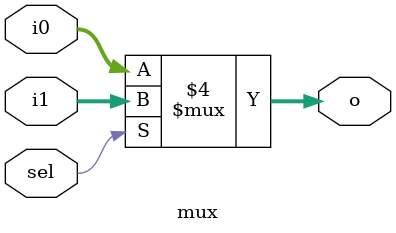
<source format=v>
`timescale 1ns / 1ps


module mux #(
parameter N=2
)(
input wire [N-1:0] i0,i1,
input sel,
output reg [N-1:0] o
    );
   

always@(i0,i1,sel)
if(sel==1'b1) o=i1;
else o=i0; 
   
endmodule

</source>
